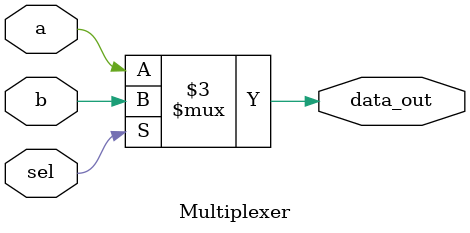
<source format=v>
module Multiplexer
  ( 
  input a, b,
  input sel,
  output reg data_out
  );
  always @ (sel or a or b)
  if (sel)
    data_out = b;
  else
    data_out = a;
    
  endmodule
  

</source>
